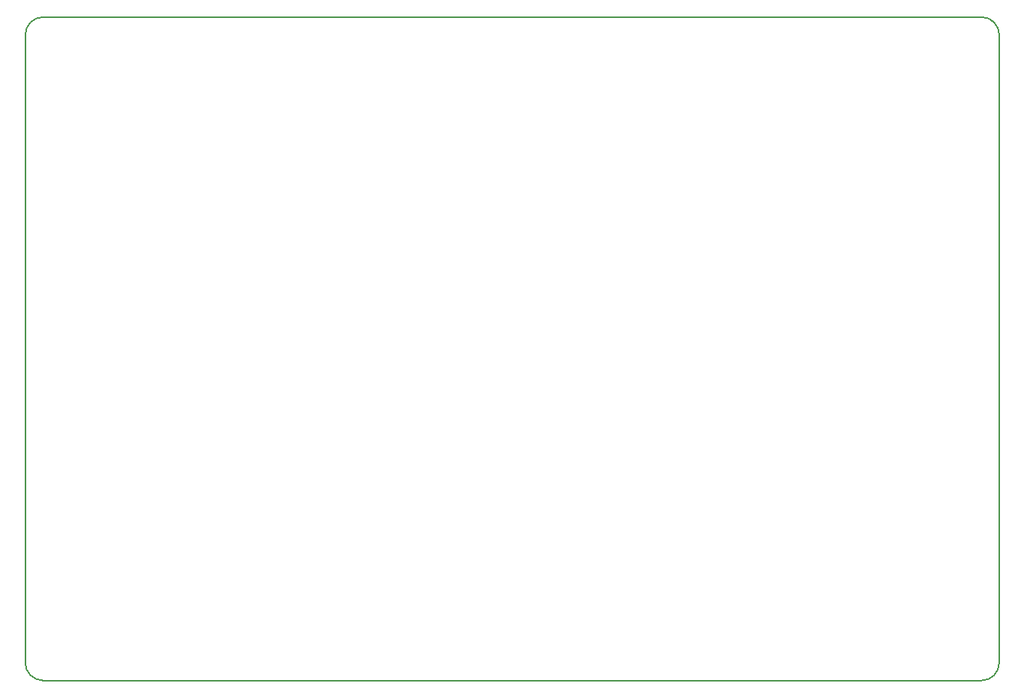
<source format=gm1>
%TF.GenerationSoftware,KiCad,Pcbnew,8.0.5*%
%TF.CreationDate,2024-10-12T21:51:22-04:00*%
%TF.ProjectId,mainBoard,6d61696e-426f-4617-9264-2e6b69636164,rev?*%
%TF.SameCoordinates,Original*%
%TF.FileFunction,Profile,NP*%
%FSLAX46Y46*%
G04 Gerber Fmt 4.6, Leading zero omitted, Abs format (unit mm)*
G04 Created by KiCad (PCBNEW 8.0.5) date 2024-10-12 21:51:22*
%MOMM*%
%LPD*%
G01*
G04 APERTURE LIST*
%TA.AperFunction,Profile*%
%ADD10C,0.200000*%
%TD*%
G04 APERTURE END LIST*
D10*
X125500000Y-21800001D02*
X125500000Y-92800001D01*
X15500000Y-21800000D02*
X15500000Y-92800003D01*
X17499999Y-94800001D02*
G75*
G02*
X15499999Y-92800003I1J2000001D01*
G01*
X17499999Y-94800001D02*
X123500000Y-94800001D01*
X125500000Y-92800001D02*
G75*
G02*
X123500000Y-94800000I-2000000J1D01*
G01*
X123500000Y-19800001D02*
G75*
G02*
X125499999Y-21800001I0J-1999999D01*
G01*
X17499998Y-19800001D02*
X123500000Y-19800001D01*
X15500000Y-21800000D02*
G75*
G02*
X17499998Y-19800000I2000000J0D01*
G01*
M02*

</source>
